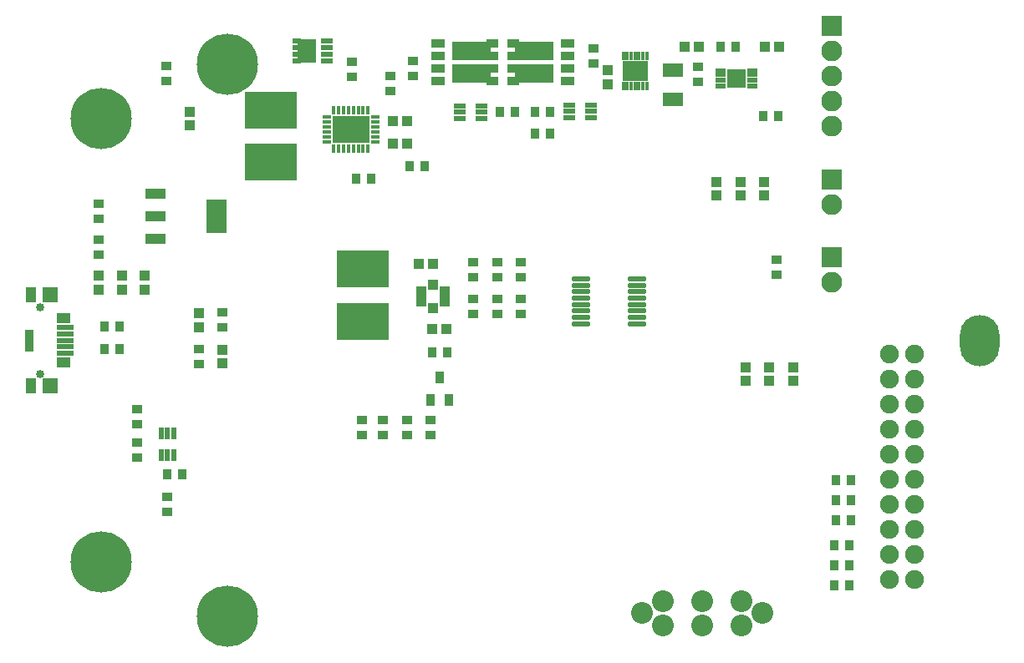
<source format=gts>
G04*
G04 #@! TF.GenerationSoftware,Altium Limited,Altium Designer,19.1.8 (144)*
G04*
G04 Layer_Color=8388736*
%FSLAX25Y25*%
%MOIN*%
G70*
G01*
G75*
%ADD41R,0.03740X0.01575*%
%ADD47R,0.01575X0.03740*%
%ADD50R,0.14961X0.11024*%
%ADD51R,0.07591X0.09599*%
%ADD52R,0.03792X0.02395*%
%ADD53R,0.04698X0.02395*%
%ADD54R,0.04343X0.03556*%
%ADD55R,0.04343X0.03950*%
%ADD56R,0.03556X0.04343*%
%ADD57R,0.01981X0.04147*%
%ADD58R,0.04147X0.01981*%
%ADD59R,0.03950X0.04343*%
%ADD60R,0.20879X0.14580*%
%ADD61R,0.04343X0.05918*%
%ADD62R,0.05918X0.05918*%
%ADD63R,0.03556X0.08674*%
%ADD64R,0.05524X0.04343*%
%ADD65R,0.06706X0.02375*%
%ADD66R,0.08083X0.05721*%
%ADD67R,0.03359X0.04934*%
%ADD68R,0.01587X0.03753*%
%ADD69R,0.15800X0.07296*%
%ADD70R,0.04816X0.03202*%
%ADD71R,0.05800X0.03202*%
%ADD72R,0.04540X0.02375*%
%ADD73O,0.07493X0.02178*%
%ADD74R,0.10249X0.07887*%
%ADD75R,0.07480X0.07480*%
%ADD76R,0.04331X0.03347*%
%ADD77R,0.04331X0.01968*%
%ADD78R,0.02375X0.04540*%
%ADD79R,0.08083X0.04343*%
%ADD80R,0.08083X0.13398*%
%ADD81R,0.08280X0.08280*%
%ADD82C,0.08280*%
%ADD83C,0.03347*%
%ADD84C,0.07493*%
%ADD85C,0.08674*%
%ADD86C,0.24422*%
%ADD87O,0.15800X0.20485*%
D41*
X240800Y325157D02*
D03*
Y327126D02*
D03*
Y329095D02*
D03*
Y331063D02*
D03*
Y333032D02*
D03*
Y335000D02*
D03*
X221509D02*
D03*
Y333032D02*
D03*
Y331063D02*
D03*
Y329095D02*
D03*
Y327126D02*
D03*
Y325157D02*
D03*
D47*
X224265Y322402D02*
D03*
X226233D02*
D03*
X228202D02*
D03*
X230170D02*
D03*
X232139D02*
D03*
X234107D02*
D03*
X236076D02*
D03*
X238044D02*
D03*
Y337756D02*
D03*
X236076D02*
D03*
X234107D02*
D03*
X232139D02*
D03*
X230170D02*
D03*
X228202D02*
D03*
X226233D02*
D03*
X224265D02*
D03*
D50*
X231154Y330079D02*
D03*
D51*
X213576Y361492D02*
D03*
D52*
X209670Y357594D02*
D03*
Y360193D02*
D03*
Y362791D02*
D03*
Y365390D02*
D03*
D53*
X221422D02*
D03*
Y362791D02*
D03*
Y360193D02*
D03*
Y357594D02*
D03*
D54*
X256000Y351547D02*
D03*
Y357453D02*
D03*
X231526Y357179D02*
D03*
Y351274D02*
D03*
X247000Y351453D02*
D03*
Y345547D02*
D03*
X328000Y356547D02*
D03*
Y362453D02*
D03*
X130500Y294547D02*
D03*
Y300453D02*
D03*
X130500Y285953D02*
D03*
Y280047D02*
D03*
X369500Y354953D02*
D03*
Y349047D02*
D03*
X401000Y272047D02*
D03*
Y277953D02*
D03*
X280000Y271047D02*
D03*
Y276953D02*
D03*
X289500Y271047D02*
D03*
Y276953D02*
D03*
X299000Y271047D02*
D03*
Y276953D02*
D03*
X280000Y256547D02*
D03*
Y262453D02*
D03*
X289500Y256547D02*
D03*
Y262453D02*
D03*
X299000Y256547D02*
D03*
Y262453D02*
D03*
X180000Y251047D02*
D03*
X170500Y242453D02*
D03*
X146000Y218453D02*
D03*
Y212547D02*
D03*
X158000Y183453D02*
D03*
Y177547D02*
D03*
X146000Y204953D02*
D03*
Y199047D02*
D03*
X263000Y213953D02*
D03*
Y208047D02*
D03*
X244000Y213953D02*
D03*
Y208047D02*
D03*
X253500Y213953D02*
D03*
Y208047D02*
D03*
X235500Y213953D02*
D03*
Y208047D02*
D03*
X170500Y236547D02*
D03*
X180000Y256953D02*
D03*
X157500Y355453D02*
D03*
Y349547D02*
D03*
D55*
X333500Y348244D02*
D03*
Y353756D02*
D03*
X140000Y271756D02*
D03*
Y266244D02*
D03*
X149000Y271756D02*
D03*
Y266244D02*
D03*
X130500Y271756D02*
D03*
Y266244D02*
D03*
X167000Y337256D02*
D03*
Y331744D02*
D03*
X396000Y303744D02*
D03*
Y309256D02*
D03*
X386500Y303744D02*
D03*
Y309256D02*
D03*
X377000Y303744D02*
D03*
Y309256D02*
D03*
X407500Y235256D02*
D03*
Y229744D02*
D03*
X398000Y235256D02*
D03*
Y229744D02*
D03*
X388500Y235256D02*
D03*
Y229744D02*
D03*
X180000Y242256D02*
D03*
X170500Y251244D02*
D03*
Y256756D02*
D03*
X180000Y236744D02*
D03*
D56*
X304547Y337000D02*
D03*
X310453D02*
D03*
X263547Y241000D02*
D03*
X269453D02*
D03*
X254547Y315500D02*
D03*
X260453D02*
D03*
X138953Y242500D02*
D03*
X133047D02*
D03*
X384453Y363000D02*
D03*
X378547D02*
D03*
X395547Y335500D02*
D03*
X401453D02*
D03*
X424547Y190000D02*
D03*
X430453D02*
D03*
X424547Y182000D02*
D03*
X430453D02*
D03*
X424547Y174000D02*
D03*
X430453D02*
D03*
X429953Y164000D02*
D03*
X424047D02*
D03*
X429953Y156000D02*
D03*
X424047D02*
D03*
X429953Y148000D02*
D03*
X424047D02*
D03*
X239253Y310500D02*
D03*
X233347D02*
D03*
X310453Y328500D02*
D03*
X304547D02*
D03*
X290547Y337000D02*
D03*
X296453D02*
D03*
X158047Y192500D02*
D03*
X163953D02*
D03*
X133047Y251500D02*
D03*
X138953D02*
D03*
D57*
X263016Y268224D02*
D03*
X264984D02*
D03*
Y258776D02*
D03*
X263016D02*
D03*
D58*
X268724Y266453D02*
D03*
Y264484D02*
D03*
Y262516D02*
D03*
Y260547D02*
D03*
X259276D02*
D03*
Y262516D02*
D03*
Y264484D02*
D03*
Y266453D02*
D03*
D59*
X263756Y276500D02*
D03*
X258244D02*
D03*
X269256Y250500D02*
D03*
X263744D02*
D03*
X248044Y333500D02*
D03*
X253556D02*
D03*
X248044Y324500D02*
D03*
X253556D02*
D03*
X396244Y363000D02*
D03*
X401756D02*
D03*
X369756Y363000D02*
D03*
X364244D02*
D03*
D60*
X199300Y337933D02*
D03*
Y317067D02*
D03*
X236000Y274433D02*
D03*
Y253567D02*
D03*
D61*
X103544Y263976D02*
D03*
Y227756D02*
D03*
D62*
X111418D02*
D03*
Y263976D02*
D03*
D63*
X102756Y245866D02*
D03*
D64*
X116733Y254724D02*
D03*
Y237008D02*
D03*
D65*
X117323Y250984D02*
D03*
Y243307D02*
D03*
Y240748D02*
D03*
Y248425D02*
D03*
Y245866D02*
D03*
D66*
X359500Y353906D02*
D03*
Y342094D02*
D03*
D67*
X262760Y221972D02*
D03*
X270240D02*
D03*
X266500Y231028D02*
D03*
D68*
X349224Y347500D02*
D03*
X347650D02*
D03*
X346075D02*
D03*
X349224Y359311D02*
D03*
X347650D02*
D03*
X346075D02*
D03*
X344500D02*
D03*
X342925D02*
D03*
X341350D02*
D03*
X339776D02*
D03*
Y347500D02*
D03*
X341350D02*
D03*
X342925D02*
D03*
X344500D02*
D03*
D69*
X279222Y361547D02*
D03*
Y352453D02*
D03*
X304272D02*
D03*
Y361547D02*
D03*
D70*
X287510Y364500D02*
D03*
Y359500D02*
D03*
Y354500D02*
D03*
Y349500D02*
D03*
X295984D02*
D03*
Y354500D02*
D03*
Y359500D02*
D03*
Y364500D02*
D03*
D71*
X265994Y349500D02*
D03*
Y354500D02*
D03*
Y359500D02*
D03*
Y364500D02*
D03*
X317500D02*
D03*
Y359500D02*
D03*
Y354500D02*
D03*
Y349500D02*
D03*
D72*
X274541Y334403D02*
D03*
Y336963D02*
D03*
Y339522D02*
D03*
X283203D02*
D03*
Y336963D02*
D03*
Y334403D02*
D03*
X326831Y339865D02*
D03*
Y337306D02*
D03*
Y334747D02*
D03*
X318169D02*
D03*
Y337306D02*
D03*
Y339865D02*
D03*
D73*
X322779Y270457D02*
D03*
Y267898D02*
D03*
Y265339D02*
D03*
Y262779D02*
D03*
Y260221D02*
D03*
Y257661D02*
D03*
Y255102D02*
D03*
Y252543D02*
D03*
X345220Y270457D02*
D03*
Y267898D02*
D03*
Y265339D02*
D03*
Y262779D02*
D03*
Y260221D02*
D03*
Y257661D02*
D03*
Y255102D02*
D03*
Y252543D02*
D03*
D74*
X344500Y353405D02*
D03*
D75*
X385000Y350500D02*
D03*
D76*
X391299Y352862D02*
D03*
X378701D02*
D03*
D77*
X391299Y349811D02*
D03*
Y347449D02*
D03*
X378701Y349811D02*
D03*
Y347449D02*
D03*
D78*
X155441Y208831D02*
D03*
X158000D02*
D03*
X160559D02*
D03*
Y200169D02*
D03*
X158000D02*
D03*
X155441D02*
D03*
D79*
X153295Y304555D02*
D03*
Y295500D02*
D03*
Y286445D02*
D03*
D80*
X177705Y295500D02*
D03*
D81*
X423000Y279000D02*
D03*
Y310000D02*
D03*
X422800Y371500D02*
D03*
D82*
X422980Y269000D02*
D03*
Y300000D02*
D03*
X422800Y331500D02*
D03*
Y341500D02*
D03*
Y351500D02*
D03*
Y361500D02*
D03*
D83*
X107284Y259252D02*
D03*
Y232480D02*
D03*
D84*
X446000Y220500D02*
D03*
Y230500D02*
D03*
X456000Y150500D02*
D03*
Y160500D02*
D03*
Y170500D02*
D03*
Y180500D02*
D03*
Y190500D02*
D03*
Y200500D02*
D03*
Y210500D02*
D03*
Y220500D02*
D03*
Y230500D02*
D03*
Y240500D02*
D03*
X446000Y150500D02*
D03*
Y160500D02*
D03*
Y170500D02*
D03*
Y180500D02*
D03*
Y190500D02*
D03*
Y200500D02*
D03*
Y210500D02*
D03*
Y240500D02*
D03*
D85*
X387008Y132087D02*
D03*
X371260D02*
D03*
X355512D02*
D03*
X387008Y141929D02*
D03*
X371260D02*
D03*
X355512D02*
D03*
X395275Y137008D02*
D03*
X347244D02*
D03*
D86*
X131496Y334449D02*
D03*
X181890Y356102D02*
D03*
X131496Y157283D02*
D03*
X181890Y135630D02*
D03*
D87*
X481890Y245866D02*
D03*
M02*

</source>
